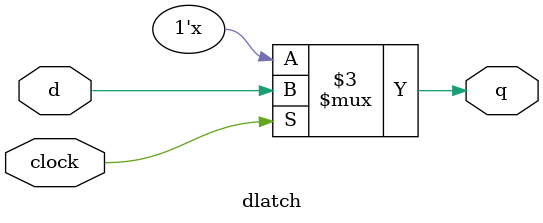
<source format=v>
module dlatch (
    clock, d, q
);
    input clock, d;
    output q;
    reg q;

    always @(clock or d) begin
        if(clock)  
            q = d;
    end
    
endmodule
</source>
